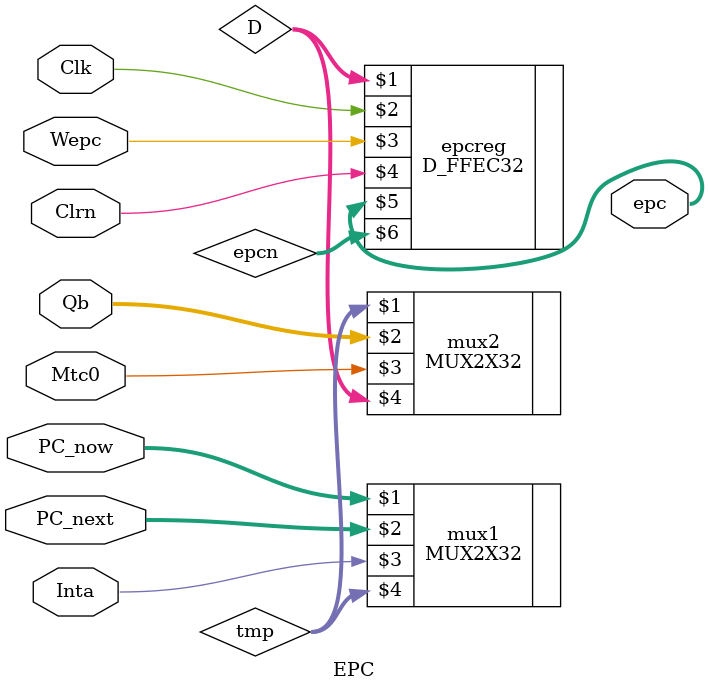
<source format=v>
`timescale 1ns / 1ps


module EPC(
    input[31:0] PC_now,
    input[31:0] PC_next,
    input[31:0] Qb,
    input Inta,
    input Mtc0,
    input Wepc,
    input Clk,
    input Clrn,
    output[31:0] epc
);
    wire[31:0] tmp;
    wire[31:0] D;
    wire[31:0] epcn;
    MUX2X32 mux1(PC_now,PC_next,Inta,tmp);
    MUX2X32 mux2(tmp,Qb,Mtc0,D);
    D_FFEC32 epcreg(D,Clk,Wepc,Clrn,epc,epcn);
endmodule

</source>
